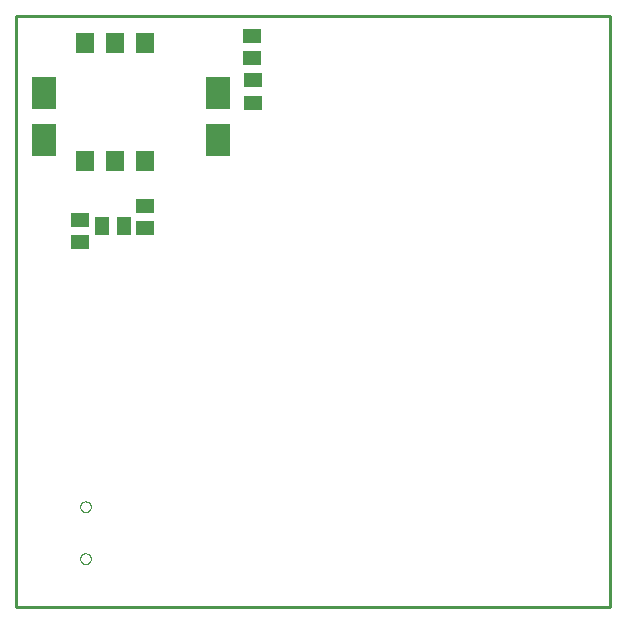
<source format=gbp>
G75*
%MOIN*%
%OFA0B0*%
%FSLAX25Y25*%
%IPPOS*%
%LPD*%
%AMOC8*
5,1,8,0,0,1.08239X$1,22.5*
%
%ADD10C,0.01000*%
%ADD11R,0.05906X0.05118*%
%ADD12R,0.06299X0.07087*%
%ADD13R,0.07874X0.11024*%
%ADD14C,0.00000*%
%ADD15R,0.05118X0.05906*%
D10*
X0001500Y0012458D02*
X0199335Y0012458D01*
X0199335Y0209309D01*
X0001500Y0209309D01*
X0001500Y0012458D01*
D11*
X0022794Y0133910D03*
X0022794Y0141390D03*
X0044271Y0138546D03*
X0044271Y0146026D03*
X0080506Y0180455D03*
X0080506Y0187936D03*
X0080097Y0195204D03*
X0080097Y0202685D03*
D12*
X0044305Y0200214D03*
X0034305Y0200214D03*
X0024305Y0200214D03*
X0024305Y0160844D03*
X0034305Y0160844D03*
X0044305Y0160844D03*
D13*
X0068596Y0167931D03*
X0068596Y0183679D03*
X0010722Y0183679D03*
X0010722Y0167931D03*
D14*
X0022759Y0045765D02*
X0022761Y0045849D01*
X0022767Y0045932D01*
X0022777Y0046015D01*
X0022791Y0046098D01*
X0022808Y0046180D01*
X0022830Y0046261D01*
X0022855Y0046340D01*
X0022884Y0046419D01*
X0022917Y0046496D01*
X0022953Y0046571D01*
X0022993Y0046645D01*
X0023036Y0046717D01*
X0023083Y0046786D01*
X0023133Y0046853D01*
X0023186Y0046918D01*
X0023242Y0046980D01*
X0023300Y0047040D01*
X0023362Y0047097D01*
X0023426Y0047150D01*
X0023493Y0047201D01*
X0023562Y0047248D01*
X0023633Y0047293D01*
X0023706Y0047333D01*
X0023781Y0047370D01*
X0023858Y0047404D01*
X0023936Y0047434D01*
X0024015Y0047460D01*
X0024096Y0047483D01*
X0024178Y0047501D01*
X0024260Y0047516D01*
X0024343Y0047527D01*
X0024426Y0047534D01*
X0024510Y0047537D01*
X0024594Y0047536D01*
X0024677Y0047531D01*
X0024761Y0047522D01*
X0024843Y0047509D01*
X0024925Y0047493D01*
X0025006Y0047472D01*
X0025087Y0047448D01*
X0025165Y0047420D01*
X0025243Y0047388D01*
X0025319Y0047352D01*
X0025393Y0047313D01*
X0025465Y0047271D01*
X0025535Y0047225D01*
X0025603Y0047176D01*
X0025668Y0047124D01*
X0025731Y0047069D01*
X0025791Y0047011D01*
X0025849Y0046950D01*
X0025903Y0046886D01*
X0025955Y0046820D01*
X0026003Y0046752D01*
X0026048Y0046681D01*
X0026089Y0046608D01*
X0026128Y0046534D01*
X0026162Y0046458D01*
X0026193Y0046380D01*
X0026220Y0046301D01*
X0026244Y0046220D01*
X0026263Y0046139D01*
X0026279Y0046057D01*
X0026291Y0045974D01*
X0026299Y0045890D01*
X0026303Y0045807D01*
X0026303Y0045723D01*
X0026299Y0045640D01*
X0026291Y0045556D01*
X0026279Y0045473D01*
X0026263Y0045391D01*
X0026244Y0045310D01*
X0026220Y0045229D01*
X0026193Y0045150D01*
X0026162Y0045072D01*
X0026128Y0044996D01*
X0026089Y0044922D01*
X0026048Y0044849D01*
X0026003Y0044778D01*
X0025955Y0044710D01*
X0025903Y0044644D01*
X0025849Y0044580D01*
X0025791Y0044519D01*
X0025731Y0044461D01*
X0025668Y0044406D01*
X0025603Y0044354D01*
X0025535Y0044305D01*
X0025465Y0044259D01*
X0025393Y0044217D01*
X0025319Y0044178D01*
X0025243Y0044142D01*
X0025165Y0044110D01*
X0025087Y0044082D01*
X0025006Y0044058D01*
X0024925Y0044037D01*
X0024843Y0044021D01*
X0024761Y0044008D01*
X0024677Y0043999D01*
X0024594Y0043994D01*
X0024510Y0043993D01*
X0024426Y0043996D01*
X0024343Y0044003D01*
X0024260Y0044014D01*
X0024178Y0044029D01*
X0024096Y0044047D01*
X0024015Y0044070D01*
X0023936Y0044096D01*
X0023858Y0044126D01*
X0023781Y0044160D01*
X0023706Y0044197D01*
X0023633Y0044237D01*
X0023562Y0044282D01*
X0023493Y0044329D01*
X0023426Y0044380D01*
X0023362Y0044433D01*
X0023300Y0044490D01*
X0023242Y0044550D01*
X0023186Y0044612D01*
X0023133Y0044677D01*
X0023083Y0044744D01*
X0023036Y0044813D01*
X0022993Y0044885D01*
X0022953Y0044959D01*
X0022917Y0045034D01*
X0022884Y0045111D01*
X0022855Y0045190D01*
X0022830Y0045269D01*
X0022808Y0045350D01*
X0022791Y0045432D01*
X0022777Y0045515D01*
X0022767Y0045598D01*
X0022761Y0045681D01*
X0022759Y0045765D01*
X0022759Y0028443D02*
X0022761Y0028527D01*
X0022767Y0028610D01*
X0022777Y0028693D01*
X0022791Y0028776D01*
X0022808Y0028858D01*
X0022830Y0028939D01*
X0022855Y0029018D01*
X0022884Y0029097D01*
X0022917Y0029174D01*
X0022953Y0029249D01*
X0022993Y0029323D01*
X0023036Y0029395D01*
X0023083Y0029464D01*
X0023133Y0029531D01*
X0023186Y0029596D01*
X0023242Y0029658D01*
X0023300Y0029718D01*
X0023362Y0029775D01*
X0023426Y0029828D01*
X0023493Y0029879D01*
X0023562Y0029926D01*
X0023633Y0029971D01*
X0023706Y0030011D01*
X0023781Y0030048D01*
X0023858Y0030082D01*
X0023936Y0030112D01*
X0024015Y0030138D01*
X0024096Y0030161D01*
X0024178Y0030179D01*
X0024260Y0030194D01*
X0024343Y0030205D01*
X0024426Y0030212D01*
X0024510Y0030215D01*
X0024594Y0030214D01*
X0024677Y0030209D01*
X0024761Y0030200D01*
X0024843Y0030187D01*
X0024925Y0030171D01*
X0025006Y0030150D01*
X0025087Y0030126D01*
X0025165Y0030098D01*
X0025243Y0030066D01*
X0025319Y0030030D01*
X0025393Y0029991D01*
X0025465Y0029949D01*
X0025535Y0029903D01*
X0025603Y0029854D01*
X0025668Y0029802D01*
X0025731Y0029747D01*
X0025791Y0029689D01*
X0025849Y0029628D01*
X0025903Y0029564D01*
X0025955Y0029498D01*
X0026003Y0029430D01*
X0026048Y0029359D01*
X0026089Y0029286D01*
X0026128Y0029212D01*
X0026162Y0029136D01*
X0026193Y0029058D01*
X0026220Y0028979D01*
X0026244Y0028898D01*
X0026263Y0028817D01*
X0026279Y0028735D01*
X0026291Y0028652D01*
X0026299Y0028568D01*
X0026303Y0028485D01*
X0026303Y0028401D01*
X0026299Y0028318D01*
X0026291Y0028234D01*
X0026279Y0028151D01*
X0026263Y0028069D01*
X0026244Y0027988D01*
X0026220Y0027907D01*
X0026193Y0027828D01*
X0026162Y0027750D01*
X0026128Y0027674D01*
X0026089Y0027600D01*
X0026048Y0027527D01*
X0026003Y0027456D01*
X0025955Y0027388D01*
X0025903Y0027322D01*
X0025849Y0027258D01*
X0025791Y0027197D01*
X0025731Y0027139D01*
X0025668Y0027084D01*
X0025603Y0027032D01*
X0025535Y0026983D01*
X0025465Y0026937D01*
X0025393Y0026895D01*
X0025319Y0026856D01*
X0025243Y0026820D01*
X0025165Y0026788D01*
X0025087Y0026760D01*
X0025006Y0026736D01*
X0024925Y0026715D01*
X0024843Y0026699D01*
X0024761Y0026686D01*
X0024677Y0026677D01*
X0024594Y0026672D01*
X0024510Y0026671D01*
X0024426Y0026674D01*
X0024343Y0026681D01*
X0024260Y0026692D01*
X0024178Y0026707D01*
X0024096Y0026725D01*
X0024015Y0026748D01*
X0023936Y0026774D01*
X0023858Y0026804D01*
X0023781Y0026838D01*
X0023706Y0026875D01*
X0023633Y0026915D01*
X0023562Y0026960D01*
X0023493Y0027007D01*
X0023426Y0027058D01*
X0023362Y0027111D01*
X0023300Y0027168D01*
X0023242Y0027228D01*
X0023186Y0027290D01*
X0023133Y0027355D01*
X0023083Y0027422D01*
X0023036Y0027491D01*
X0022993Y0027563D01*
X0022953Y0027637D01*
X0022917Y0027712D01*
X0022884Y0027789D01*
X0022855Y0027868D01*
X0022830Y0027947D01*
X0022808Y0028028D01*
X0022791Y0028110D01*
X0022777Y0028193D01*
X0022767Y0028276D01*
X0022761Y0028359D01*
X0022759Y0028443D01*
D15*
X0029906Y0139220D03*
X0037386Y0139220D03*
M02*

</source>
